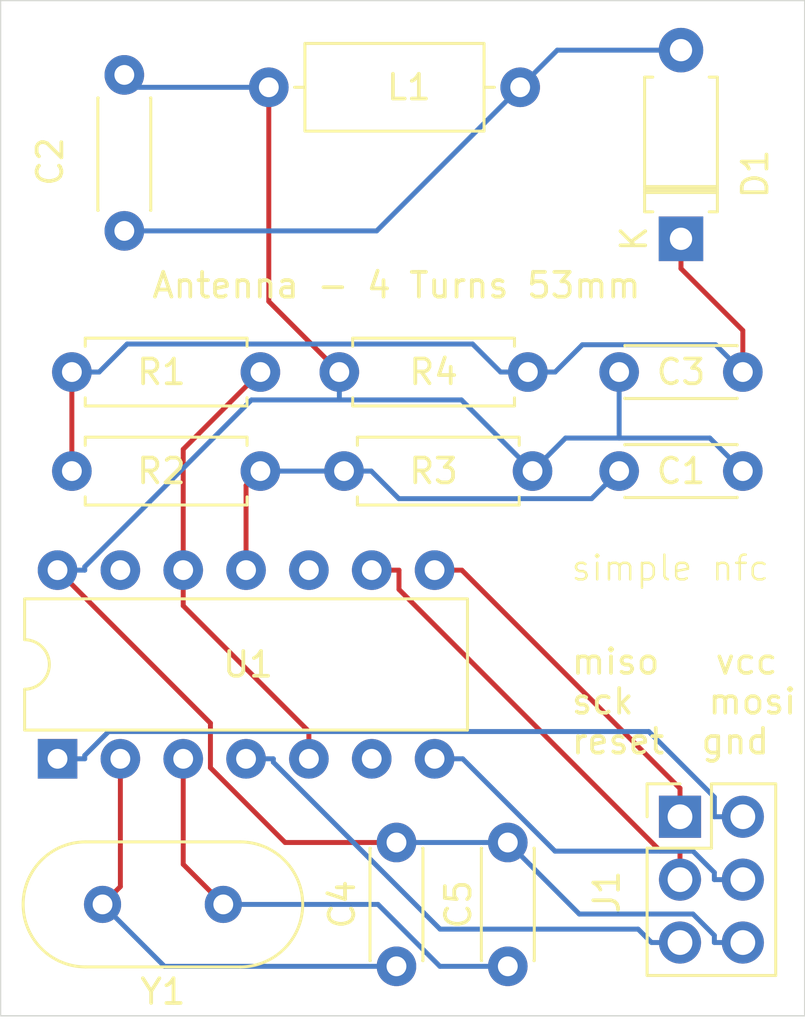
<source format=kicad_pcb>
(kicad_pcb (version 20240108) (generator "pcbnew") (generator_version "8.0")
  (layers (0 "F.Cu" signal) (31 "B.Cu" signal) (34 "B.Paste" user) (35 "F.Paste" user) (36 "B.SilkS" user "B.Silkscreen") (37 "F.SilkS" user "F.Silkscreen") (38 "B.Mask" user) (39 "F.Mask" user) (44 "Edge.Cuts" user))
  (net 0 "")
  (net 1 "AIN1")
  (net 2 "GND")
  (net 3 "Net-(D1-A)")
  (net 4 "Net-(D1-K)")
  (net 5 "MISO")
  (net 6 "RESET")
  (net 7 "SCK")
  (net 8 "VCC")
  (net 9 "MOSI")
  (net 10 "AIN0")
  (net 12 "XTAL1")
  (net 14 "XTAL2")
  (footprint "Connector_PinHeader_2.54mm:PinHeader_2x03_P2.54mm_Vertical" (layer "F.Cu") (at 139.96 92.46)
    (property "Reference" "J1" (at -2.96 3.04 90) (layer "F.SilkS"))
    (property "Value" "ICSP")
    (fp_line (start -1.33 -1.33) (end 0 -1.33) (stroke (width 0.12)) (layer "F.SilkS"))
    (fp_line (start -1.33 0) (end -1.33 -1.33) (stroke (width 0.12)) (layer "F.SilkS"))
    (fp_line (start -1.33 1.27) (end -1.33 6.41) (stroke (width 0.12)) (layer "F.SilkS"))
    (fp_line (start -1.33 1.27) (end 1.27 1.27) (stroke (width 0.12)) (layer "F.SilkS"))
    (fp_line (start -1.33 6.41) (end 3.87 6.41) (stroke (width 0.12)) (layer "F.SilkS"))
    (fp_line (start 1.27 -1.33) (end 3.87 -1.33) (stroke (width 0.12)) (layer "F.SilkS"))
    (fp_line (start 1.27 1.27) (end 1.27 -1.33) (stroke (width 0.12)) (layer "F.SilkS"))
    (fp_line (start 3.87 -1.33) (end 3.87 6.41) (stroke (width 0.12)) (layer "F.SilkS"))
    (pad "1" thru_hole rect (at 0 0) (size 1.7 1.7) (drill 1) (layers "*.Cu" "*.Mask") (net 5 "MISO"))
    (pad "2" thru_hole oval (at 2.54 0) (size 1.7 1.7) (drill 1) (layers "*.Cu" "*.Mask") (net 8 "VCC"))
    (pad "3" thru_hole oval (at 0 2.54) (size 1.7 1.7) (drill 1) (layers "*.Cu" "*.Mask") (net 7 "SCK"))
    (pad "4" thru_hole oval (at 2.54 2.54) (size 1.7 1.7) (drill 1) (layers "*.Cu" "*.Mask") (net 9 "MOSI"))
    (pad "5" thru_hole oval (at 0 5.08) (size 1.7 1.7) (drill 1) (layers "*.Cu" "*.Mask") (net 6 "RESET"))
    (pad "6" thru_hole oval (at 2.54 5.08) (size 1.7 1.7) (drill 1) (layers "*.Cu" "*.Mask") (net 2 "GND"))
  )
  (footprint "Capacitor_THT:C_Disc_D4.3mm_W1.9mm_P5.00mm" (layer "F.Cu") (at 137.5 78.5)
    (property "Reference" "C1" (at 2.5 0 0) (layer "F.SilkS"))
    (property "Value" "10nF")
    (fp_line (start 0.23 -1.07) (end 0.23 -1.055) (stroke (width 0.12)) (layer "F.SilkS"))
    (fp_line (start 0.23 -1.07) (end 4.77 -1.07) (stroke (width 0.12)) (layer "F.SilkS"))
    (fp_line (start 0.23 1.055) (end 0.23 1.07) (stroke (width 0.12)) (layer "F.SilkS"))
    (fp_line (start 0.23 1.07) (end 4.77 1.07) (stroke (width 0.12)) (layer "F.SilkS"))
    (fp_line (start 4.77 -1.07) (end 4.77 -1.055) (stroke (width 0.12)) (layer "F.SilkS"))
    (fp_line (start 4.77 1.055) (end 4.77 1.07) (stroke (width 0.12)) (layer "F.SilkS"))
    (pad "1" thru_hole circle (at 0 0) (size 1.6 1.6) (drill 0.8) (layers "*.Cu" "*.Mask") (net 1 "AIN1"))
    (pad "2" thru_hole circle (at 5 0) (size 1.6 1.6) (drill 0.8) (layers "*.Cu" "*.Mask") (net 2 "GND"))
  )
  (footprint "Resistor_THT:R_Axial_DIN0207_L6.3mm_D2.5mm_P7.62mm_Horizontal" (layer "F.Cu") (at 123 74.5 180)
    (property "Reference" "R1" (at 4 0 0) (layer "F.SilkS"))
    (property "Value" "470")
    (fp_line (start 7.08 1.37) (end 7.08 1.04) (stroke (width 0.12)) (layer "F.SilkS"))
    (fp_line (start 7.08 -1.37) (end 7.08 -1.04) (stroke (width 0.12)) (layer "F.SilkS"))
    (fp_line (start 0.54 1.37) (end 7.08 1.37) (stroke (width 0.12)) (layer "F.SilkS"))
    (fp_line (start 0.54 1.04) (end 0.54 1.37) (stroke (width 0.12)) (layer "F.SilkS"))
    (fp_line (start 0.54 -1.04) (end 0.54 -1.37) (stroke (width 0.12)) (layer "F.SilkS"))
    (fp_line (start 0.54 -1.37) (end 7.08 -1.37) (stroke (width 0.12)) (layer "F.SilkS"))
    (pad "1" thru_hole circle (at 0 0 180) (size 1.6 1.6) (drill 0.8) (layers "*.Cu" "*.Mask") (net 10 "AIN0"))
    (pad "2" thru_hole oval (at 7.62 0 180) (size 1.6 1.6) (drill 0.8) (layers "*.Cu" "*.Mask") (net 4 "Net-(D1-K)"))
  )
  (footprint "Crystal:Crystal_HC49-U_Vertical" (layer "F.Cu") (at 121.5 96 180)
    (property "Reference" "Y1" (at 2.44 -3.525 0) (layer "F.SilkS"))
    (property "Value" "13.5925Mhz")
    (fp_line (start -0.685 2.525) (end 5.565 2.525) (stroke (width 0.12)) (layer "F.SilkS"))
    (fp_line (start -0.685 -2.525) (end 5.565 -2.525) (stroke (width 0.12)) (layer "F.SilkS"))
    (fp_arc (start 5.565 -2.525) (mid 8.09 0) (end 5.565 2.525) (stroke (width 0.12)) (layer "F.SilkS"))
    (fp_arc (start -0.685 2.525) (mid -3.21 0) (end -0.685 -2.525) (stroke (width 0.12)) (layer "F.SilkS"))
    (pad "1" thru_hole circle (at 0 0 180) (size 1.5 1.5) (drill 0.8) (layers "*.Cu" "*.Mask") (net 14 "XTAL2"))
    (pad "2" thru_hole circle (at 4.88 0 180) (size 1.5 1.5) (drill 0.8) (layers "*.Cu" "*.Mask") (net 12 "XTAL1"))
  )
  (footprint "Capacitor_THT:C_Disc_D4.3mm_W1.9mm_P5.00mm" (layer "F.Cu") (at 133 98.5 90)
    (property "Reference" "C5" (at 2.5 -2 90) (layer "F.SilkS"))
    (property "Value" "22pF")
    (fp_line (start 4.77 -1.07) (end 4.77 -1.055) (stroke (width 0.12)) (layer "F.SilkS"))
    (fp_line (start 0.23 -1.07) (end 4.77 -1.07) (stroke (width 0.12)) (layer "F.SilkS"))
    (fp_line (start 0.23 -1.07) (end 0.23 -1.055) (stroke (width 0.12)) (layer "F.SilkS"))
    (fp_line (start 4.77 1.055) (end 4.77 1.07) (stroke (width 0.12)) (layer "F.SilkS"))
    (fp_line (start 0.23 1.055) (end 0.23 1.07) (stroke (width 0.12)) (layer "F.SilkS"))
    (fp_line (start 0.23 1.07) (end 4.77 1.07) (stroke (width 0.12)) (layer "F.SilkS"))
    (pad "1" thru_hole circle (at 0 0 90) (size 1.6 1.6) (drill 0.8) (layers "*.Cu" "*.Mask") (net 14 "XTAL2"))
    (pad "2" thru_hole circle (at 5 0 90) (size 1.6 1.6) (drill 0.8) (layers "*.Cu" "*.Mask") (net 2 "GND"))
  )
  (footprint "Capacitor_THT:C_Disc_D4.3mm_W1.9mm_P5.00mm" (layer "F.Cu") (at 117.5 68.2 90)
    (property "Reference" "C2" (at 2.2 -3 90) (layer "F.SilkS"))
    (property "Value" "30pF")
    (fp_line (start 4.77 -1.07) (end 4.77 -1.055) (stroke (width 0.12)) (layer "F.SilkS"))
    (fp_line (start 0.23 -1.07) (end 4.77 -1.07) (stroke (width 0.12)) (layer "F.SilkS"))
    (fp_line (start 0.23 -1.07) (end 0.23 -1.055) (stroke (width 0.12)) (layer "F.SilkS"))
    (fp_line (start 4.77 1.055) (end 4.77 1.07) (stroke (width 0.12)) (layer "F.SilkS"))
    (fp_line (start 0.23 1.055) (end 0.23 1.07) (stroke (width 0.12)) (layer "F.SilkS"))
    (fp_line (start 0.23 1.07) (end 4.77 1.07) (stroke (width 0.12)) (layer "F.SilkS"))
    (pad "1" thru_hole circle (at -0.6 0 90) (size 1.6 1.6) (drill 0.8) (layers "*.Cu" "*.Mask") (net 3 "Net-(D1-A)"))
    (pad "2" thru_hole circle (at 5.7 0 90) (size 1.6 1.6) (drill 0.8) (layers "*.Cu" "*.Mask") (net 2 "GND"))
  )
  (footprint "Capacitor_THT:C_Disc_D4.3mm_W1.9mm_P5.00mm" (layer "F.Cu") (at 142.5 74.5 180)
    (property "Reference" "C3" (at 2.5 0 0) (layer "F.SilkS"))
    (property "Value" "180pF")
    (fp_line (start 4.77 1.055) (end 4.77 1.07) (stroke (width 0.12)) (layer "F.SilkS"))
    (fp_line (start 4.77 -1.07) (end 4.77 -1.055) (stroke (width 0.12)) (layer "F.SilkS"))
    (fp_line (start 0.23 1.07) (end 4.77 1.07) (stroke (width 0.12)) (layer "F.SilkS"))
    (fp_line (start 0.23 1.055) (end 0.23 1.07) (stroke (width 0.12)) (layer "F.SilkS"))
    (fp_line (start 0.23 -1.07) (end 4.77 -1.07) (stroke (width 0.12)) (layer "F.SilkS"))
    (fp_line (start 0.23 -1.07) (end 0.23 -1.055) (stroke (width 0.12)) (layer "F.SilkS"))
    (pad "1" thru_hole circle (at 0 0 180) (size 1.6 1.6) (drill 0.8) (layers "*.Cu" "*.Mask") (net 4 "Net-(D1-K)"))
    (pad "2" thru_hole circle (at 5 0 180) (size 1.6 1.6) (drill 0.8) (layers "*.Cu" "*.Mask") (net 2 "GND"))
  )
  (footprint "Inductor_THT:L_Axial_L7.0mm_D3.3mm_P10.16mm_Horizontal_Fastron_MICC" (layer "F.Cu") (at 133.5 63 180)
    (property "Reference" "L1" (at 4.5 0 0) (layer "F.SilkS"))
    (property "Value" "Antenna - 4 Turns 53mm" (at 5 -8 0) (layer "F.SilkS"))
    (fp_line (start 9.12 0) (end 8.7 0) (stroke (width 0.12)) (layer "F.SilkS"))
    (fp_line (start 8.7 1.77) (end 8.7 -1.77) (stroke (width 0.12)) (layer "F.SilkS"))
    (fp_line (start 8.7 -1.77) (end 1.46 -1.77) (stroke (width 0.12)) (layer "F.SilkS"))
    (fp_line (start 1.46 1.77) (end 8.7 1.77) (stroke (width 0.12)) (layer "F.SilkS"))
    (fp_line (start 1.46 -1.77) (end 1.46 1.77) (stroke (width 0.12)) (layer "F.SilkS"))
    (fp_line (start 1.04 0) (end 1.46 0) (stroke (width 0.12)) (layer "F.SilkS"))
    (pad "1" thru_hole circle (at 0 0 180) (size 1.6 1.6) (drill 0.8) (layers "*.Cu" "*.Mask") (net 3 "Net-(D1-A)"))
    (pad "2" thru_hole oval (at 10.16 0 180) (size 1.6 1.6) (drill 0.8) (layers "*.Cu" "*.Mask") (net 2 "GND"))
  )
  (footprint "Resistor_THT:R_Axial_DIN0207_L6.3mm_D2.5mm_P7.62mm_Horizontal" (layer "F.Cu") (at 134 78.5 180)
    (property "Reference" "R3" (at 4 0 0) (layer "F.SilkS"))
    (property "Value" "20K")
    (fp_line (start 7.08 1.37) (end 7.08 1.04) (stroke (width 0.12)) (layer "F.SilkS"))
    (fp_line (start 7.08 -1.37) (end 7.08 -1.04) (stroke (width 0.12)) (layer "F.SilkS"))
    (fp_line (start 0.54 1.37) (end 7.08 1.37) (stroke (width 0.12)) (layer "F.SilkS"))
    (fp_line (start 0.54 1.04) (end 0.54 1.37) (stroke (width 0.12)) (layer "F.SilkS"))
    (fp_line (start 0.54 -1.04) (end 0.54 -1.37) (stroke (width 0.12)) (layer "F.SilkS"))
    (fp_line (start 0.54 -1.37) (end 7.08 -1.37) (stroke (width 0.12)) (layer "F.SilkS"))
    (pad "1" thru_hole circle (at 0 0 180) (size 1.6 1.6) (drill 0.8) (layers "*.Cu" "*.Mask") (net 2 "GND"))
    (pad "2" thru_hole oval (at 7.62 0 180) (size 1.6 1.6) (drill 0.8) (layers "*.Cu" "*.Mask") (net 1 "AIN1"))
  )
  (footprint "Resistor_THT:R_Axial_DIN0207_L6.3mm_D2.5mm_P7.62mm_Horizontal" (layer "F.Cu") (at 126.19 74.5)
    (property "Reference" "R4" (at 3.81 0 0) (layer "F.SilkS"))
    (property "Value" "2K")
    (fp_line (start 0.54 -1.37) (end 7.08 -1.37) (stroke (width 0.12)) (layer "F.SilkS"))
    (fp_line (start 0.54 -1.04) (end 0.54 -1.37) (stroke (width 0.12)) (layer "F.SilkS"))
    (fp_line (start 0.54 1.04) (end 0.54 1.37) (stroke (width 0.12)) (layer "F.SilkS"))
    (fp_line (start 0.54 1.37) (end 7.08 1.37) (stroke (width 0.12)) (layer "F.SilkS"))
    (fp_line (start 7.08 -1.37) (end 7.08 -1.04) (stroke (width 0.12)) (layer "F.SilkS"))
    (fp_line (start 7.08 1.37) (end 7.08 1.04) (stroke (width 0.12)) (layer "F.SilkS"))
    (pad "1" thru_hole circle (at 0 0) (size 1.6 1.6) (drill 0.8) (layers "*.Cu" "*.Mask") (net 2 "GND"))
    (pad "2" thru_hole oval (at 7.62 0) (size 1.6 1.6) (drill 0.8) (layers "*.Cu" "*.Mask") (net 4 "Net-(D1-K)"))
  )
  (footprint "Package_DIP:DIP-14_W7.62mm" (layer "F.Cu") (at 114.8 90.12 90)
    (property "Reference" "U1" (at 3.81 7.7 180) (layer "F.SilkS"))
    (property "Value" "ATtiny84A-P")
    (fp_line (start 6.46 -1.33) (end 4.81 -1.33) (stroke (width 0.12)) (layer "F.SilkS"))
    (fp_line (start 2.81 -1.33) (end 1.16 -1.33) (stroke (width 0.12)) (layer "F.SilkS"))
    (fp_line (start 1.16 -1.33) (end 1.16 16.57) (stroke (width 0.12)) (layer "F.SilkS"))
    (fp_line (start 6.46 16.57) (end 6.46 -1.33) (stroke (width 0.12)) (layer "F.SilkS"))
    (fp_line (start 1.16 16.57) (end 6.46 16.57) (stroke (width 0.12)) (layer "F.SilkS"))
    (fp_arc (start 4.81 -1.33) (mid 3.81 -0.33) (end 2.81 -1.33) (stroke (width 0.12)) (layer "F.SilkS"))
    (pad "1" thru_hole rect (at 0 0 90) (size 1.6 1.6) (drill 0.8) (layers "*.Cu" "*.Mask") (net 8 "VCC"))
    (pad "2" thru_hole oval (at 0 2.54 90) (size 1.6 1.6) (drill 0.8) (layers "*.Cu" "*.Mask") (net 12 "XTAL1"))
    (pad "3" thru_hole oval (at 0 5.08 90) (size 1.6 1.6) (drill 0.8) (layers "*.Cu" "*.Mask") (net 14 "XTAL2"))
    (pad "4" thru_hole oval (at 0 7.62 90) (size 1.6 1.6) (drill 0.8) (layers "*.Cu" "*.Mask") (net 6 "RESET"))
    (pad "5" thru_hole oval (at 0 10.16 90) (size 1.6 1.6) (drill 0.8) (layers "*.Cu" "*.Mask") (net 10 "AIN0"))
    (pad "6" thru_hole oval (at 0 12.7 90) (size 1.6 1.6) (drill 0.8) (layers "*.Cu" "*.Mask"))
    (pad "7" thru_hole oval (at 0 15.24 90) (size 1.6 1.6) (drill 0.8) (layers "*.Cu" "*.Mask") (net 9 "MOSI"))
    (pad "8" thru_hole oval (at 7.62 15.24 90) (size 1.6 1.6) (drill 0.8) (layers "*.Cu" "*.Mask") (net 5 "MISO"))
    (pad "9" thru_hole oval (at 7.62 12.7 90) (size 1.6 1.6) (drill 0.8) (layers "*.Cu" "*.Mask") (net 7 "SCK"))
    (pad "10" thru_hole oval (at 7.62 10.16 90) (size 1.6 1.6) (drill 0.8) (layers "*.Cu" "*.Mask"))
    (pad "11" thru_hole oval (at 7.62 7.62 90) (size 1.6 1.6) (drill 0.8) (layers "*.Cu" "*.Mask") (net 1 "AIN1"))
    (pad "12" thru_hole oval (at 7.62 5.08 90) (size 1.6 1.6) (drill 0.8) (layers "*.Cu" "*.Mask") (net 10 "AIN0"))
    (pad "13" thru_hole oval (at 7.62 2.54 90) (size 1.6 1.6) (drill 0.8) (layers "*.Cu" "*.Mask"))
    (pad "14" thru_hole oval (at 7.62 0 90) (size 1.6 1.6) (drill 0.8) (layers "*.Cu" "*.Mask") (net 2 "GND"))
  )
  (footprint "Capacitor_THT:C_Disc_D4.3mm_W1.9mm_P5.00mm" (layer "F.Cu") (at 128.5 98.5 90)
    (property "Reference" "C4" (at 2.5 -2.2 90) (layer "F.SilkS"))
    (property "Value" "22pF")
    (fp_line (start 4.77 -1.07) (end 4.77 -1.055) (stroke (width 0.12)) (layer "F.SilkS"))
    (fp_line (start 0.23 -1.07) (end 4.77 -1.07) (stroke (width 0.12)) (layer "F.SilkS"))
    (fp_line (start 0.23 -1.07) (end 0.23 -1.055) (stroke (width 0.12)) (layer "F.SilkS"))
    (fp_line (start 4.77 1.055) (end 4.77 1.07) (stroke (width 0.12)) (layer "F.SilkS"))
    (fp_line (start 0.23 1.055) (end 0.23 1.07) (stroke (width 0.12)) (layer "F.SilkS"))
    (fp_line (start 0.23 1.07) (end 4.77 1.07) (stroke (width 0.12)) (layer "F.SilkS"))
    (pad "1" thru_hole circle (at 0 0 90) (size 1.6 1.6) (drill 0.8) (layers "*.Cu" "*.Mask") (net 12 "XTAL1"))
    (pad "2" thru_hole circle (at 5 0 90) (size 1.6 1.6) (drill 0.8) (layers "*.Cu" "*.Mask") (net 2 "GND"))
  )
  (footprint "Diode_THT:D_A-405_P7.62mm_Horizontal" (layer "F.Cu") (at 140 69.12 90)
    (property "Reference" "D1" (at 2.62 3 90) (layer "F.SilkS"))
    (property "Value" "Schottky diode")
    (fp_line (start 6.53 -1.47) (end 6.53 -1.14) (stroke (width 0.12)) (layer "F.SilkS"))
    (fp_line (start 2.11 -1.47) (end 2.11 1.47) (stroke (width 0.12)) (layer "F.SilkS"))
    (fp_line (start 1.99 -1.47) (end 1.99 1.47) (stroke (width 0.12)) (layer "F.SilkS"))
    (fp_line (start 1.87 -1.47) (end 1.87 1.47) (stroke (width 0.12)) (layer "F.SilkS"))
    (fp_line (start 1.09 -1.47) (end 6.53 -1.47) (stroke (width 0.12)) (layer "F.SilkS"))
    (fp_line (start 1.09 -1.14) (end 1.09 -1.47) (stroke (width 0.12)) (layer "F.SilkS"))
    (fp_line (start 1.09 1.14) (end 1.09 1.47) (stroke (width 0.12)) (layer "F.SilkS"))
    (fp_line (start 6.53 1.47) (end 6.53 1.14) (stroke (width 0.12)) (layer "F.SilkS"))
    (fp_line (start 1.09 1.47) (end 6.53 1.47) (stroke (width 0.12)) (layer "F.SilkS"))
    (fp_text user "K" (at 0 -1.9 90) (layer "F.SilkS"))
    (pad "1" thru_hole rect (at 0 0 90) (size 1.8 1.8) (drill 0.9) (layers "*.Cu" "*.Mask") (net 4 "Net-(D1-K)"))
    (pad "2" thru_hole oval (at 7.62 0 90) (size 1.8 1.8) (drill 0.9) (layers "*.Cu" "*.Mask") (net 3 "Net-(D1-A)"))
  )
  (footprint "Resistor_THT:R_Axial_DIN0207_L6.3mm_D2.5mm_P7.62mm_Horizontal" (layer "F.Cu") (at 123 78.5 180)
    (property "Reference" "R2" (at 4 0 0) (layer "F.SilkS"))
    (property "Value" "20K")
    (fp_line (start 7.08 1.37) (end 7.08 1.04) (stroke (width 0.12)) (layer "F.SilkS"))
    (fp_line (start 7.08 -1.37) (end 7.08 -1.04) (stroke (width 0.12)) (layer "F.SilkS"))
    (fp_line (start 0.54 1.37) (end 7.08 1.37) (stroke (width 0.12)) (layer "F.SilkS"))
    (fp_line (start 0.54 1.04) (end 0.54 1.37) (stroke (width 0.12)) (layer "F.SilkS"))
    (fp_line (start 0.54 -1.04) (end 0.54 -1.37) (stroke (width 0.12)) (layer "F.SilkS"))
    (fp_line (start 0.54 -1.37) (end 7.08 -1.37) (stroke (width 0.12)) (layer "F.SilkS"))
    (pad "1" thru_hole circle (at 0 0 180) (size 1.6 1.6) (drill 0.8) (layers "*.Cu" "*.Mask") (net 1 "AIN1"))
    (pad "2" thru_hole oval (at 7.62 0 180) (size 1.6 1.6) (drill 0.8) (layers "*.Cu" "*.Mask") (net 4 "Net-(D1-K)"))
  )
  (gr_rect (start 112.5 59.5) (end 145 100.5) (stroke (width 0.05)) (fill none) (layer "Edge.Cuts"))
  (gr_text "miso   vcc\nsck    mosi\nreset  gnd" (at 135.5 90 0) (layer "F.SilkS") (effects (font (size 1 1)) (justify left bottom)))
  (gr_text "simple nfc" (at 135.5 83 0) (layer "F.SilkS") (effects (font (size 1 1) (thickness 0.1)) (justify left bottom)))
  (segment (start 122.42 79.08) (end 123 78.5) (width 0.2) (layer "F.Cu") (net 1))
  (segment (start 122.42 82.5) (end 122.42 79.08) (width 0.2) (layer "F.Cu") (net 1))
  (segment (start 136.3861 79.6139) (end 137.5 78.5) (width 0.2) (layer "B.Cu") (net 1))
  (segment (start 127.4817 78.5) (end 128.5956 79.6139) (width 0.2) (layer "B.Cu") (net 1))
  (segment (start 123 78.5) (end 126.38 78.5) (width 0.2) (layer "B.Cu") (net 1))
  (segment (start 126.38 78.5) (end 127.4817 78.5) (width 0.2) (layer "B.Cu") (net 1))
  (segment (start 128.5956 79.6139) (end 136.3861 79.6139) (width 0.2) (layer "B.Cu") (net 1))
  (segment (start 123.34 71.65) (end 126.19 74.5) (width 0.2) (layer "F.Cu") (net 2))
  (segment (start 128.5 93.5) (end 124 93.5) (width 0.2) (layer "F.Cu") (net 2))
  (segment (start 120.98 88.68) (end 114.8 82.5) (width 0.2) (layer "F.Cu") (net 2))
  (segment (start 120.98 90.48) (end 120.98 88.68) (width 0.2) (layer "F.Cu") (net 2))
  (segment (start 124 93.5) (end 120.98 90.48) (width 0.2) (layer "F.Cu") (net 2))
  (segment (start 123.34 63) (end 123.34 71.65) (width 0.2) (layer "F.Cu") (net 2))
  (segment (start 122.637 75.627) (end 126.19 75.627) (width 0.2) (layer "B.Cu") (net 2))
  (segment (start 134 78.5) (end 135.3343 77.1657) (width 0.2) (layer "B.Cu") (net 2))
  (segment (start 128.5 93.5) (end 133 93.5) (width 0.2) (layer "B.Cu") (net 2))
  (segment (start 141.3483 97.252) (end 140.4846 96.3883) (width 0.2) (layer "B.Cu") (net 2))
  (segment (start 115.9017 82.5) (end 115.9017 82.3623) (width 0.2) (layer "B.Cu") (net 2))
  (segment (start 131.127 75.627) (end 134 78.5) (width 0.2) (layer "B.Cu") (net 2))
  (segment (start 137.5 77.1657) (end 141.1657 77.1657) (width 0.2) (layer "B.Cu") (net 2))
  (segment (start 126.19 75.627) (end 126.19 74.5) (width 0.2) (layer "B.Cu") (net 2))
  (segment (start 142.5 97.54) (end 141.3483 97.54) (width 0.2) (layer "B.Cu") (net 2))
  (segment (start 140.4846 96.3883) (end 135.8883 96.3883) (width 0.2) (layer "B.Cu") (net 2))
  (segment (start 118 63) (end 117.5 62.5) (width 0.2) (layer "B.Cu") (net 2))
  (segment (start 114.8 82.5) (end 115.9017 82.5) (width 0.2) (layer "B.Cu") (net 2))
  (segment (start 141.3483 97.54) (end 141.3483 97.252) (width 0.2) (layer "B.Cu") (net 2))
  (segment (start 126.19 75.627) (end 131.127 75.627) (width 0.2) (layer "B.Cu") (net 2))
  (segment (start 135.3343 77.1657) (end 137.5 77.1657) (width 0.2) (layer "B.Cu") (net 2))
  (segment (start 141.1657 77.1657) (end 142.5 78.5) (width 0.2) (layer "B.Cu") (net 2))
  (segment (start 123.34 63) (end 118 63) (width 0.2) (layer "B.Cu") (net 2))
  (segment (start 135.8883 96.3883) (end 133 93.5) (width 0.2) (layer "B.Cu") (net 2))
  (segment (start 137.5 77.1657) (end 137.5 74.5) (width 0.2) (layer "B.Cu") (net 2))
  (segment (start 115.9017 82.3623) (end 122.637 75.627) (width 0.2) (layer "B.Cu") (net 2))
  (segment (start 135 61.5) (end 133.5 63) (width 0.2) (layer "B.Cu") (net 3))
  (segment (start 127.7 68.8) (end 117.5 68.8) (width 0.2) (layer "B.Cu") (net 3))
  (segment (start 133.5 63) (end 127.7 68.8) (width 0.2) (layer "B.Cu") (net 3))
  (segment (start 140 61.5) (end 135 61.5) (width 0.2) (layer "B.Cu") (net 3))
  (segment (start 142.5 72.8217) (end 142.5 74.5) (width 0.2) (layer "F.Cu") (net 4))
  (segment (start 115.38 78.5) (end 115.38 74.5) (width 0.2) (layer "F.Cu") (net 4))
  (segment (start 140 70.3217) (end 142.5 72.8217) (width 0.2) (layer "F.Cu") (net 4))
  (segment (start 140 69.12) (end 140 70.3217) (width 0.2) (layer "F.Cu") (net 4))
  (segment (start 117.6129 73.3688) (end 116.4817 74.5) (width 0.2) (layer "B.Cu") (net 4))
  (segment (start 115.38 74.5) (end 116.4817 74.5) (width 0.2) (layer "B.Cu") (net 4))
  (segment (start 141.3983 73.3983) (end 142.5 74.5) (width 0.2) (layer "B.Cu") (net 4))
  (segment (start 132.7083 74.5) (end 131.5771 73.3688) (width 0.2) (layer "B.Cu") (net 4))
  (segment (start 131.5771 73.3688) (end 117.6129 73.3688) (width 0.2) (layer "B.Cu") (net 4))
  (segment (start 134.3609 74.5) (end 133.81 74.5) (width 0.2) (layer "B.Cu") (net 4))
  (segment (start 134.9117 74.5) (end 136.0134 73.3983) (width 0.2) (layer "B.Cu") (net 4))
  (segment (start 136.0134 73.3983) (end 141.3983 73.3983) (width 0.2) (layer "B.Cu") (net 4))
  (segment (start 134.3609 74.5) (end 134.9117 74.5) (width 0.2) (layer "B.Cu") (net 4))
  (segment (start 133.81 74.5) (end 132.7083 74.5) (width 0.2) (layer "B.Cu") (net 4))
  (segment (start 139.96 91.3083) (end 139.95 91.3083) (width 0.2) (layer "F.Cu") (net 5))
  (segment (start 139.95 91.3083) (end 131.1417 82.5) (width 0.2) (layer "F.Cu") (net 5))
  (segment (start 130.04 82.5) (end 131.1417 82.5) (width 0.2) (layer "F.Cu") (net 5))
  (segment (start 139.96 92.46) (end 139.96 91.3083) (width 0.2) (layer "F.Cu") (net 5))
  (segment (start 123.5217 90.2578) (end 123.5217 90.12) (width 0.2) (layer "B.Cu") (net 6))
  (segment (start 122.42 90.12) (end 123.5217 90.12) (width 0.2) (layer "B.Cu") (net 6))
  (segment (start 130.262 96.9981) (end 123.5217 90.2578) (width 0.2) (layer "B.Cu") (net 6))
  (segment (start 138.2664 96.9981) (end 130.262 96.9981) (width 0.2) (layer "B.Cu") (net 6))
  (segment (start 139.96 97.54) (end 138.8083 97.54) (width 0.2) (layer "B.Cu") (net 6))
  (segment (start 138.8083 97.54) (end 138.2664 96.9981) (width 0.2) (layer "B.Cu") (net 6))
  (segment (start 128.6017 83.2792) (end 128.6017 82.5) (width 0.2) (layer "F.Cu") (net 7))
  (segment (start 127.5 82.5) (end 128.6017 82.5) (width 0.2) (layer "F.Cu") (net 7))
  (segment (start 139.96 95) (end 139.96 93.8483) (width 0.2) (layer "F.Cu") (net 7))
  (segment (start 139.1708 93.8483) (end 128.6017 83.2792) (width 0.2) (layer "F.Cu") (net 7))
  (segment (start 139.96 93.8483) (end 139.1708 93.8483) (width 0.2) (layer "F.Cu") (net 7))
  (segment (start 114.8 90.12) (end 115.9017 90.12) (width 0.2) (layer "B.Cu") (net 8))
  (segment (start 142.5 92.46) (end 141.3483 92.46) (width 0.2) (layer "B.Cu") (net 8))
  (segment (start 116.8656 89.0183) (end 115.9017 89.9822) (width 0.2) (layer "B.Cu") (net 8))
  (segment (start 115.9017 89.9822) (end 115.9017 90.12) (width 0.2) (layer "B.Cu") (net 8))
  (segment (start 138.6984 89.0183) (end 116.8656 89.0183) (width 0.2) (layer "B.Cu") (net 8))
  (segment (start 141.3483 91.6682) (end 138.6984 89.0183) (width 0.2) (layer "B.Cu") (net 8))
  (segment (start 141.3483 92.46) (end 141.3483 91.6682) (width 0.2) (layer "B.Cu") (net 8))
  (segment (start 131.1781 90.12) (end 130.04 90.12) (width 0.2) (layer "B.Cu") (net 9))
  (segment (start 142.5 95) (end 141.3483 95) (width 0.2) (layer "B.Cu") (net 9))
  (segment (start 141.3483 94.712) (end 140.4846 93.8483) (width 0.2) (layer "B.Cu") (net 9))
  (segment (start 134.9064 93.8483) (end 131.1781 90.12) (width 0.2) (layer "B.Cu") (net 9))
  (segment (start 141.3483 95) (end 141.3483 94.712) (width 0.2) (layer "B.Cu") (net 9))
  (segment (start 140.4846 93.8483) (end 134.9064 93.8483) (width 0.2) (layer "B.Cu") (net 9))
  (segment (start 119.88 77.62) (end 123 74.5) (width 0.2) (layer "F.Cu") (net 10))
  (segment (start 119.88 83.9383) (end 119.88 82.5) (width 0.2) (layer "F.Cu") (net 10))
  (segment (start 124.96 89.0183) (end 119.88 83.9383) (width 0.2) (layer "F.Cu") (net 10))
  (segment (start 119.88 82.5) (end 119.88 77.62) (width 0.2) (layer "F.Cu") (net 10))
  (segment (start 124.96 90.12) (end 124.96 89.0183) (width 0.2) (layer "F.Cu") (net 10))
  (segment (start 117.34 95.28) (end 116.62 96) (width 0.2) (layer "F.Cu") (net 12))
  (segment (start 117.34 90.12) (end 117.34 95.28) (width 0.2) (layer "F.Cu") (net 12))
  (segment (start 119.12 98.5) (end 116.62 96) (width 0.2) (layer "B.Cu") (net 12))
  (segment (start 128.5 98.5) (end 119.12 98.5) (width 0.2) (layer "B.Cu") (net 12))
  (segment (start 119.88 94.38) (end 121.5 96) (width 0.2) (layer "F.Cu") (net 14))
  (segment (start 119.88 90.12) (end 119.88 94.38) (width 0.2) (layer "F.Cu") (net 14))
  (segment (start 133 98.5) (end 130.2544 98.5) (width 0.2) (layer "B.Cu") (net 14))
  (segment (start 127.7545 96.0001) (end 121.5 96.0001) (width 0.2) (layer "B.Cu") (net 14))
  (segment (start 130.2544 98.5) (end 127.7545 96.0001) (width 0.2) (layer "B.Cu") (net 14))
  (segment (start 121.5 96.0001) (end 121.5 96) (width 0.2) (layer "B.Cu") (net 14))
)
</source>
